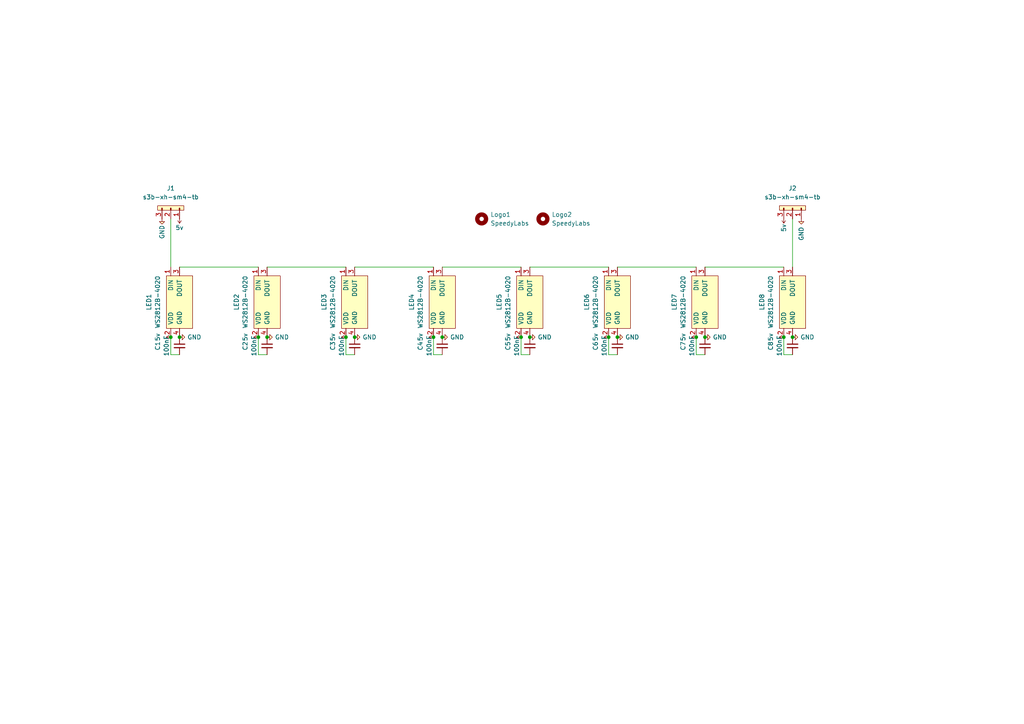
<source format=kicad_sch>
(kicad_sch (version 20211123) (generator eeschema)
  (paper "A4")
  (title_block (title "SDVX Panel Side RGB") (date "2022-08-19") (rev "1") (company "Speedy Labs"))
  (lib_symbols
    (symbol "Device:C_Small" (pin_numbers hide) (pin_names (offset 0.254) hide)
      (property "Reference" "C" (at 0.254 1.778 0))
      (property "Value" "C_Small" (at 0.254 -2.032 0))
      (symbol "C_Small_0_1"
        (polyline (pts (xy -1.524 -0.508) (xy 1.524 -0.508)) (stroke (width 0.3302)))
        (polyline (pts (xy -1.524 0.508) (xy 1.524 0.508)) (stroke (width 0.3048)))
      )
      (symbol "C_Small_1_1"
        (pin passive line (at 0 2.54 270) (length 2.032) (name "~") (number "1"))
        (pin passive line (at 0 -2.54 90) (length 2.032) (name "~") (number "2"))
      )
    )
    (symbol "Mechanical:MountingHole" (pin_names (offset 1.016))
      (property "Reference" "H" (at 0 5.08 0))
      (property "Value" "MountingHole" (at 0 3.175 0))
      (symbol "MountingHole_0_1"
        (circle (center 0 0) (radius 1.27) (stroke (width 1.27)))
      )
    )
    (symbol "agg-kicad:5v" (power) (pin_numbers hide) (pin_names (offset 0) hide) (in_bom no) (on_board no)
      (property "Value" "5v" (at 0 2.286 0))
      (symbol "5v_1_1"
        (polyline (pts (xy 0 1.27) (xy 0.508 0.508)))
        (polyline (pts (xy 0 0) (xy 0 1.27) (xy -0.508 0.508)))
        (pin power_in line (at 0 0 180) (length 0) hide (name "5v") (number "1"))
      )
    )
    (symbol "agg-kicad:CONN_01x03" (pin_names hide)
      (property "Reference" "J" (at -0.635 2.54 0))
      (property "Value" "CONN_01x03" (at -2.54 -2.54 90))
      (symbol "CONN_01x03_1_1"
        (rectangle (start 0 -6.35) (end -1.27 1.27) (fill (type background)))
        (rectangle (start 0 -4.953) (end -0.635 -5.207) (fill (type outline)))
        (rectangle (start 0 -2.413) (end -0.635 -2.667) (fill (type outline)))
        (rectangle (start 0 0.127) (end -0.635 -0.127) (fill (type outline)))
        (pin passive line (at 2.54 0 180) (length 2.54) (name "1") (number "1"))
        (pin passive line (at 2.54 -2.54 180) (length 2.54) (name "2") (number "2"))
        (pin passive line (at 2.54 -5.08 180) (length 2.54) (name "3") (number "3"))
      )
    )
    (symbol "agg-kicad:GND" (power) (pin_numbers hide) (pin_names (offset 0) hide) (in_bom no) (on_board no)
      (property "Value" "GND" (at 0 -2.54 0))
      (symbol "GND_1_1"
        (polyline (pts (xy 0 0) (xy 0 -0.762)))
        (polyline (pts (xy -0.762 -0.762) (xy 0.762 -0.762) (xy 0 -1.524) (xy -0.762 -0.762)) (fill (type background)))
        (pin power_in line (at 0 0 180) (length 0) hide (name "GND") (number "1"))
      )
    )
    (symbol "agg-kicad:WS2812B-4020" (pin_names (offset 1.016))
      (property "Reference" "LED" (at -7.62 5.08 0))
      (property "Value" "WS2812B-4020" (at -7.62 -5.08 0))
      (symbol "WS2812B-4020_0_0"
        (rectangle (start -7.62 3.81) (end 7.62 -3.81) (fill (type background)))
        (pin input line (at 10.16 2.54 180) (length 2.54) (name "DIN") (number "1"))
        (pin power_in line (at -10.16 2.54 0) (length 2.54) (name "VDD") (number "2"))
        (pin output line (at 10.16 0 180) (length 2.54) (name "DOUT") (number "3"))
        (pin power_in line (at -10.16 0 0) (length 2.54) (name "GND") (number "4"))
      )
    )
  )
  (junction (at 201.93 97.79))
  (junction (at 153.67 97.79))
  (junction (at 151.13 97.79))
  (junction (at 229.87 97.79))
  (junction (at 74.93 97.79))
  (junction (at 49.53 97.79))
  (junction (at 77.47 97.79))
  (junction (at 179.07 97.79))
  (junction (at 52.07 97.79))
  (junction (at 204.47 97.79))
  (junction (at 176.53 97.79))
  (junction (at 227.33 97.79))
  (junction (at 102.87 97.79))
  (junction (at 128.27 97.79))
  (junction (at 125.73 97.79))
  (junction (at 100.33 97.79))
  (wire (pts (xy 52.07 102.87) (xy 49.53 102.87)))
  (wire (pts (xy 204.47 77.47) (xy 227.33 77.47)))
  (wire (pts (xy 151.13 102.87) (xy 151.13 97.79)))
  (wire (pts (xy 201.93 102.87) (xy 201.93 97.79)))
  (wire (pts (xy 100.33 102.87) (xy 100.33 97.79)))
  (wire (pts (xy 102.87 102.87) (xy 100.33 102.87)))
  (wire (pts (xy 153.67 77.47) (xy 176.53 77.47)))
  (wire (pts (xy 125.73 102.87) (xy 125.73 97.79)))
  (wire (pts (xy 179.07 102.87) (xy 176.53 102.87)))
  (wire (pts (xy 179.07 77.47) (xy 201.93 77.47)))
  (wire (pts (xy 74.93 102.87) (xy 74.93 97.79)))
  (wire (pts (xy 128.27 77.47) (xy 151.13 77.47)))
  (wire (pts (xy 128.27 102.87) (xy 125.73 102.87)))
  (wire (pts (xy 49.53 63.5) (xy 49.53 77.47)))
  (wire (pts (xy 77.47 77.47) (xy 100.33 77.47)))
  (wire (pts (xy 227.33 102.87) (xy 227.33 97.79)))
  (wire (pts (xy 102.87 77.47) (xy 125.73 77.47)))
  (wire (pts (xy 204.47 102.87) (xy 201.93 102.87)))
  (wire (pts (xy 153.67 102.87) (xy 151.13 102.87)))
  (wire (pts (xy 49.53 102.87) (xy 49.53 97.79)))
  (wire (pts (xy 229.87 102.87) (xy 227.33 102.87)))
  (wire (pts (xy 229.87 63.5) (xy 229.87 77.47)))
  (wire (pts (xy 52.07 77.47) (xy 74.93 77.47)))
  (wire (pts (xy 77.47 102.87) (xy 74.93 102.87)))
  (wire (pts (xy 176.53 102.87) (xy 176.53 97.79)))
  (symbol (lib_id "agg-kicad:CONN_01x03") (at 232.41 60.96 270) (unit 1)
    (property "Reference" "J2" (at 229.87 54.61 90))
    (property "Value" "s3b-xh-sm4-tb" (at 229.87 57.15 90))
    (property "Footprint" "user:S3B-XH-SM4-TB" (effects hide))
    (property "LCSC" "C161860" (effects hide))
  )
  (symbol (lib_id "agg-kicad:GND") (at 128.27 97.79 90) (unit 1) (in_bom no) (on_board no)
    (property "Reference" "#PWR0116" (effects hide))
    (property "Value" "GND" (at 134.62 97.79 90) (effects (justify left)))
  )
  (symbol (lib_id "agg-kicad:GND") (at 229.87 97.79 90) (unit 1) (in_bom no) (on_board no)
    (property "Reference" "#PWR0115" (effects hide))
    (property "Value" "GND" (at 236.22 97.79 90) (effects (justify left)))
  )
  (symbol (lib_id "agg-kicad:WS2812B-4020") (at 179.07 87.63 90) (unit 1)
    (property "Reference" "LED6" (at 170.18 87.63 0))
    (property "Value" "WS2812B-4020" (at 172.72 87.63 0))
    (property "Footprint" "agg:WS2812B-4020" (effects hide))
    (property "Datasheet" "https://datasheet.lcsc.com/szlcsc/2012110135_Worldsemi-WS2812B-4020_C965557.pdf" (effects hide))
    (property "LCSC" "C965557" (effects hide))
  )
  (symbol (lib_id "agg-kicad:GND") (at 204.47 97.79 90) (unit 1) (in_bom no) (on_board no)
    (property "Reference" "#PWR0117" (effects hide))
    (property "Value" "GND" (at 210.82 97.79 90) (effects (justify left)))
  )
  (symbol (lib_id "agg-kicad:5v") (at 125.73 97.79 90) (unit 1) (in_bom no) (on_board no)
    (property "Reference" "#PWR0108" (effects hide))
    (property "Value" "5v" (at 121.92 97.79 0))
  )
  (symbol (lib_id "Device:C_Small") (at 77.47 100.33 0) (unit 1)
    (property "Reference" "C2" (at 71.12 100.3364 90))
    (property "Value" "100nF" (at 73.66 100.3364 90))
    (property "Footprint" "Capacitor_SMD:C_0603_1608Metric_Pad1.08x0.95mm_HandSolder" (effects hide))
    (property "LCSC" "C1525" (effects hide))
  )
  (symbol (lib_id "Device:C_Small") (at 153.67 100.33 0) (unit 1)
    (property "Reference" "C5" (at 147.32 100.3364 90))
    (property "Value" "100nF" (at 149.86 100.3364 90))
    (property "Footprint" "Capacitor_SMD:C_0603_1608Metric_Pad1.08x0.95mm_HandSolder" (effects hide))
    (property "LCSC" "C1525" (effects hide))
  )
  (symbol (lib_id "Device:C_Small") (at 102.87 100.33 0) (unit 1)
    (property "Reference" "C3" (at 96.52 100.3364 90))
    (property "Value" "100nF" (at 99.06 100.3364 90))
    (property "Footprint" "Capacitor_SMD:C_0603_1608Metric_Pad1.08x0.95mm_HandSolder" (effects hide))
    (property "LCSC" "C1525" (effects hide))
  )
  (symbol (lib_id "Device:C_Small") (at 52.07 100.33 0) (unit 1)
    (property "Reference" "C1" (at 45.72 100.3364 90))
    (property "Value" "100nF" (at 48.26 100.3364 90))
    (property "Footprint" "Capacitor_SMD:C_0603_1608Metric_Pad1.08x0.95mm_HandSolder" (effects hide))
    (property "LCSC" "C1525" (effects hide))
  )
  (symbol (lib_id "agg-kicad:5v") (at 151.13 97.79 90) (unit 1) (in_bom no) (on_board no)
    (property "Reference" "#PWR0112" (effects hide))
    (property "Value" "5v" (at 147.32 97.79 0))
  )
  (symbol (lib_id "Mechanical:MountingHole") (at 139.7 63.5 0) (unit 1)
    (property "Reference" "Logo1" (at 142.24 62.2299 0) (effects (justify left)))
    (property "Value" "SpeedyLabs" (at 142.24 64.7699 0) (effects (justify left)))
    (property "Footprint" "logo:logo_small" (effects hide))
  )
  (symbol (lib_id "Device:C_Small") (at 229.87 100.33 0) (unit 1)
    (property "Reference" "C8" (at 223.52 100.3364 90))
    (property "Value" "100nF" (at 226.06 100.3364 90))
    (property "Footprint" "Capacitor_SMD:C_0603_1608Metric_Pad1.08x0.95mm_HandSolder" (effects hide))
    (property "LCSC" "C1525" (effects hide))
  )
  (symbol (lib_id "agg-kicad:GND") (at 232.41 63.5 0) (unit 1) (in_bom no) (on_board no)
    (property "Reference" "#PWR0101" (effects hide))
    (property "Value" "GND" (at 232.41 69.85 90) (effects (justify left)))
  )
  (symbol (lib_id "agg-kicad:GND") (at 52.07 97.79 90) (unit 1) (in_bom no) (on_board no)
    (property "Reference" "#PWR0118" (effects hide))
    (property "Value" "GND" (at 58.42 97.79 90) (effects (justify left)))
  )
  (symbol (lib_id "agg-kicad:WS2812B-4020") (at 204.47 87.63 90) (unit 1)
    (property "Reference" "LED7" (at 195.58 87.63 0))
    (property "Value" "WS2812B-4020" (at 198.12 87.63 0))
    (property "Footprint" "agg:WS2812B-4020" (effects hide))
    (property "Datasheet" "https://datasheet.lcsc.com/szlcsc/2012110135_Worldsemi-WS2812B-4020_C965557.pdf" (effects hide))
    (property "LCSC" "C965557" (effects hide))
  )
  (symbol (lib_id "agg-kicad:GND") (at 153.67 97.79 90) (unit 1) (in_bom no) (on_board no)
    (property "Reference" "#PWR0114" (effects hide))
    (property "Value" "GND" (at 160.02 97.79 90) (effects (justify left)))
  )
  (symbol (lib_id "agg-kicad:WS2812B-4020") (at 153.67 87.63 90) (unit 1)
    (property "Reference" "LED5" (at 144.78 87.63 0))
    (property "Value" "WS2812B-4020" (at 147.32 87.63 0))
    (property "Footprint" "agg:WS2812B-4020" (effects hide))
    (property "Datasheet" "https://datasheet.lcsc.com/szlcsc/2012110135_Worldsemi-WS2812B-4020_C965557.pdf" (effects hide))
    (property "LCSC" "C965557" (effects hide))
  )
  (symbol (lib_id "agg-kicad:5v") (at 52.07 63.5 180) (unit 1) (in_bom no) (on_board no)
    (property "Reference" "#PWR0110" (effects hide))
    (property "Value" "5v" (at 52.07 66.04 0))
  )
  (symbol (lib_id "agg-kicad:5v") (at 49.53 97.79 90) (unit 1) (in_bom no) (on_board no)
    (property "Reference" "#PWR0106" (effects hide))
    (property "Value" "5v" (at 45.72 97.79 0))
  )
  (symbol (lib_id "agg-kicad:CONN_01x03") (at 52.07 60.96 270) (unit 1)
    (property "Reference" "J1" (at 49.53 54.61 90))
    (property "Value" "s3b-xh-sm4-tb" (at 49.53 57.15 90))
    (property "Footprint" "user:S3B-XH-SM4-TB" (effects hide))
    (property "LCSC" "C161860" (effects hide))
  )
  (symbol (lib_id "agg-kicad:WS2812B-4020") (at 229.87 87.63 90) (unit 1)
    (property "Reference" "LED8" (at 220.98 87.63 0))
    (property "Value" "WS2812B-4020" (at 223.52 87.63 0))
    (property "Footprint" "agg:WS2812B-4020" (effects hide))
    (property "Datasheet" "https://datasheet.lcsc.com/szlcsc/2012110135_Worldsemi-WS2812B-4020_C965557.pdf" (effects hide))
    (property "LCSC" "C965557" (effects hide))
  )
  (symbol (lib_id "agg-kicad:WS2812B-4020") (at 52.07 87.63 90) (unit 1)
    (property "Reference" "LED1" (at 43.18 87.63 0))
    (property "Value" "WS2812B-4020" (at 45.72 87.63 0))
    (property "Footprint" "agg:WS2812B-4020" (effects hide))
    (property "Datasheet" "https://datasheet.lcsc.com/szlcsc/2012110135_Worldsemi-WS2812B-4020_C965557.pdf" (effects hide))
    (property "LCSC" "C965557" (effects hide))
  )
  (symbol (lib_id "Mechanical:MountingHole") (at 157.48 63.5 0) (unit 1)
    (property "Reference" "Logo2" (at 160.02 62.2299 0) (effects (justify left)))
    (property "Value" "SpeedyLabs" (at 160.02 64.7699 0) (effects (justify left)))
    (property "Footprint" "logo:logo_small" (effects hide))
  )
  (symbol (lib_id "agg-kicad:5v") (at 176.53 97.79 90) (unit 1) (in_bom no) (on_board no)
    (property "Reference" "#PWR0103" (effects hide))
    (property "Value" "5v" (at 172.72 97.79 0))
  )
  (symbol (lib_id "agg-kicad:GND") (at 102.87 97.79 90) (unit 1) (in_bom no) (on_board no)
    (property "Reference" "#PWR0119" (effects hide))
    (property "Value" "GND" (at 109.22 97.79 90) (effects (justify left)))
  )
  (symbol (lib_id "agg-kicad:GND") (at 179.07 97.79 90) (unit 1) (in_bom no) (on_board no)
    (property "Reference" "#PWR0113" (effects hide))
    (property "Value" "GND" (at 185.42 97.79 90) (effects (justify left)))
  )
  (symbol (lib_id "Device:C_Small") (at 179.07 100.33 0) (unit 1)
    (property "Reference" "C6" (at 172.72 100.3364 90))
    (property "Value" "100nF" (at 175.26 100.3364 90))
    (property "Footprint" "Capacitor_SMD:C_0603_1608Metric_Pad1.08x0.95mm_HandSolder" (effects hide))
    (property "LCSC" "C1525" (effects hide))
  )
  (symbol (lib_id "agg-kicad:WS2812B-4020") (at 102.87 87.63 90) (unit 1)
    (property "Reference" "LED3" (at 93.98 87.63 0))
    (property "Value" "WS2812B-4020" (at 96.52 87.63 0))
    (property "Footprint" "agg:WS2812B-4020" (effects hide))
    (property "Datasheet" "https://datasheet.lcsc.com/szlcsc/2012110135_Worldsemi-WS2812B-4020_C965557.pdf" (effects hide))
    (property "LCSC" "C965557" (effects hide))
  )
  (symbol (lib_id "Device:C_Small") (at 128.27 100.33 0) (unit 1)
    (property "Reference" "C4" (at 121.92 100.3364 90))
    (property "Value" "100nF" (at 124.46 100.3364 90))
    (property "Footprint" "Capacitor_SMD:C_0603_1608Metric_Pad1.08x0.95mm_HandSolder" (effects hide))
    (property "LCSC" "C1525" (effects hide))
  )
  (symbol (lib_id "agg-kicad:5v") (at 74.93 97.79 90) (unit 1) (in_bom no) (on_board no)
    (property "Reference" "#PWR0111" (effects hide))
    (property "Value" "5v" (at 71.12 97.79 0))
  )
  (symbol (lib_id "agg-kicad:5v") (at 227.33 63.5 180) (unit 1) (in_bom no) (on_board no)
    (property "Reference" "#PWR0102" (effects hide))
    (property "Value" "5v" (at 227.33 67.31 90) (effects (justify right)))
  )
  (symbol (lib_id "agg-kicad:GND") (at 46.99 63.5 0) (unit 1) (in_bom no) (on_board no)
    (property "Reference" "#PWR0109" (effects hide))
    (property "Value" "GND" (at 46.99 67.31 90))
  )
  (symbol (lib_id "agg-kicad:GND") (at 77.47 97.79 90) (unit 1) (in_bom no) (on_board no)
    (property "Reference" "#PWR0120" (effects hide))
    (property "Value" "GND" (at 83.82 97.79 90) (effects (justify left)))
  )
  (symbol (lib_id "agg-kicad:WS2812B-4020") (at 128.27 87.63 90) (unit 1)
    (property "Reference" "LED4" (at 119.38 87.63 0))
    (property "Value" "WS2812B-4020" (at 121.92 87.63 0))
    (property "Footprint" "agg:WS2812B-4020" (effects hide))
    (property "Datasheet" "https://datasheet.lcsc.com/szlcsc/2012110135_Worldsemi-WS2812B-4020_C965557.pdf" (effects hide))
    (property "LCSC" "C965557" (effects hide))
  )
  (symbol (lib_id "Device:C_Small") (at 204.47 100.33 0) (unit 1)
    (property "Reference" "C7" (at 198.12 100.3364 90))
    (property "Value" "100nF" (at 200.66 100.3364 90))
    (property "Footprint" "Capacitor_SMD:C_0603_1608Metric_Pad1.08x0.95mm_HandSolder" (effects hide))
    (property "LCSC" "C1525" (effects hide))
  )
  (symbol (lib_id "agg-kicad:5v") (at 201.93 97.79 90) (unit 1) (in_bom no) (on_board no)
    (property "Reference" "#PWR0104" (effects hide))
    (property "Value" "5v" (at 198.12 97.79 0))
  )
  (symbol (lib_id "agg-kicad:5v") (at 227.33 97.79 90) (unit 1) (in_bom no) (on_board no)
    (property "Reference" "#PWR0105" (effects hide))
    (property "Value" "5v" (at 223.52 97.79 0))
  )
  (symbol (lib_id "agg-kicad:5v") (at 100.33 97.79 90) (unit 1) (in_bom no) (on_board no)
    (property "Reference" "#PWR0107" (effects hide))
    (property "Value" "5v" (at 96.52 97.79 0))
  )
  (symbol (lib_id "agg-kicad:WS2812B-4020") (at 77.47 87.63 90) (unit 1)
    (property "Reference" "LED2" (at 68.58 87.63 0))
    (property "Value" "WS2812B-4020" (at 71.12 87.63 0))
    (property "Footprint" "agg:WS2812B-4020" (effects hide))
    (property "Datasheet" "https://datasheet.lcsc.com/szlcsc/2012110135_Worldsemi-WS2812B-4020_C965557.pdf" (effects hide))
    (property "LCSC" "C965557" (effects hide))
  )
)
</source>
